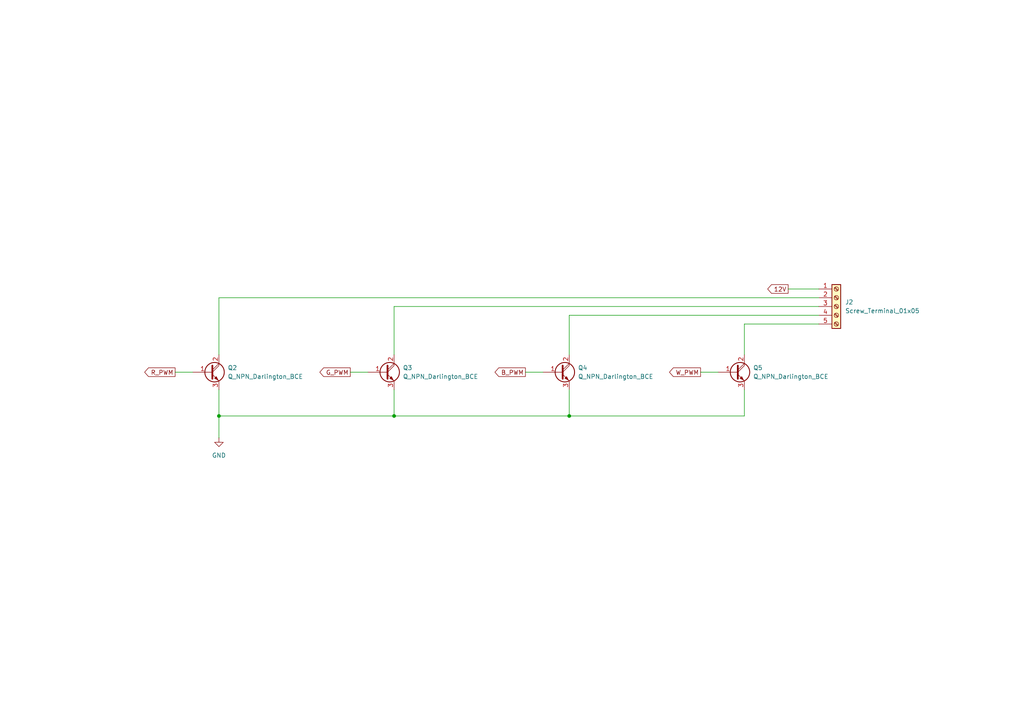
<source format=kicad_sch>
(kicad_sch (version 20231120) (generator "eeschema") (generator_version "8.0")
  (paper "A4")
  (lib_symbols
    (symbol "Connector:Screw_Terminal_01x05" (pin_names (offset 1.016) hide)
      (property "Reference" "J" (at 0 7.62 0))
      (property "Value" "Screw_Terminal_01x05" (at 0 -7.62 0))
      (symbol "Screw_Terminal_01x05_1_1"
        (rectangle (start -1.27 6.35) (end 1.27 -6.35) (stroke (width 0.254)) (fill (type background)))
        (circle (center 0 -5.08) (radius 0.635) (stroke (width 0.1524)))
        (circle (center 0 -2.54) (radius 0.635) (stroke (width 0.1524)))
        (polyline (pts (xy -0.5334 -4.7498) (xy 0.3302 -5.588)) (stroke (width 0.1524)))
        (polyline (pts (xy -0.5334 -2.2098) (xy 0.3302 -3.048)) (stroke (width 0.1524)))
        (polyline (pts (xy -0.5334 0.3302) (xy 0.3302 -0.508)) (stroke (width 0.1524)))
        (polyline (pts (xy -0.5334 2.8702) (xy 0.3302 2.032)) (stroke (width 0.1524)))
        (polyline (pts (xy -0.5334 5.4102) (xy 0.3302 4.572)) (stroke (width 0.1524)))
        (polyline (pts (xy -0.3556 -4.572) (xy 0.508 -5.4102)) (stroke (width 0.1524)))
        (polyline (pts (xy -0.3556 -2.032) (xy 0.508 -2.8702)) (stroke (width 0.1524)))
        (polyline (pts (xy -0.3556 0.508) (xy 0.508 -0.3302)) (stroke (width 0.1524)))
        (polyline (pts (xy -0.3556 3.048) (xy 0.508 2.2098)) (stroke (width 0.1524)))
        (polyline (pts (xy -0.3556 5.588) (xy 0.508 4.7498)) (stroke (width 0.1524)))
        (circle (center 0 0) (radius 0.635) (stroke (width 0.1524)))
        (circle (center 0 2.54) (radius 0.635) (stroke (width 0.1524)))
        (circle (center 0 5.08) (radius 0.635) (stroke (width 0.1524)))
        (pin passive line (at -5.08 5.08 0) (length 3.81) (name "Pin_1") (number "1"))
        (pin passive line (at -5.08 2.54 0) (length 3.81) (name "Pin_2") (number "2"))
        (pin passive line (at -5.08 0 0) (length 3.81) (name "Pin_3") (number "3"))
        (pin passive line (at -5.08 -2.54 0) (length 3.81) (name "Pin_4") (number "4"))
        (pin passive line (at -5.08 -5.08 0) (length 3.81) (name "Pin_5") (number "5"))
      )
    )
    (symbol "Device:Q_NPN_Darlington_BCE" (pin_names (offset 0) hide)
      (property "Reference" "Q" (at 4.572 1.27 0))
      (property "Value" "Q_NPN_Darlington_BCE" (at 4.572 -1.27 0))
      (symbol "Q_NPN_Darlington_BCE_0_1"
        (polyline (pts (xy 0.635 0.635) (xy 2.54 2.54)))
        (polyline (pts (xy 0.635 -0.635) (xy 2.54 -2.54) (xy 2.54 -2.54)))
        (polyline (pts (xy 0.635 0) (xy 2.54 1.905) (xy 2.54 2.54)))
        (polyline (pts (xy 0.635 1.905) (xy 0.635 -1.905) (xy 0.635 -1.905)) (stroke (width 0.508)))
        (polyline (pts (xy 1.27 -1.778) (xy 1.778 -1.27) (xy 2.286 -2.286) (xy 1.27 -1.778) (xy 1.27 -1.778)) (fill (type outline)))
        (circle (center 1.27 0) (radius 2.8194) (stroke (width 0.254)))
      )
      (symbol "Q_NPN_Darlington_BCE_1_1"
        (pin input line (at -5.08 0 0) (length 5.715) (name "B") (number "1"))
        (pin passive line (at 2.54 5.08 270) (length 2.54) (name "C") (number "2"))
        (pin passive line (at 2.54 -5.08 90) (length 2.54) (name "E") (number "3"))
      )
    )
    (symbol "power:GND" (power) (pin_numbers hide) (pin_names (offset 0) hide)
      (property "Value" "GND" (at 0 -3.81 0))
      (symbol "GND_0_1"
        (polyline (pts (xy 0 0) (xy 0 -1.27) (xy 1.27 -1.27) (xy 0 -2.54) (xy -1.27 -1.27) (xy 0 -1.27)))
      )
      (symbol "GND_1_1"
        (pin power_in line (at 0 0 270) (length 0) (name "~") (number "1"))
      )
    )
  )
  (junction (at 165.1 120.65))
  (junction (at 114.3 120.65))
  (junction (at 63.5 120.65))
  (wire (pts (xy 114.3 113.03) (xy 114.3 120.65)))
  (wire (pts (xy 50.8 107.95) (xy 55.88 107.95)))
  (wire (pts (xy 237.49 93.98) (xy 215.9 93.98)))
  (wire (pts (xy 114.3 120.65) (xy 63.5 120.65)))
  (wire (pts (xy 63.5 113.03) (xy 63.5 120.65)))
  (wire (pts (xy 114.3 88.9) (xy 114.3 102.87)))
  (wire (pts (xy 203.2 107.95) (xy 208.28 107.95)))
  (wire (pts (xy 63.5 120.65) (xy 63.5 127)))
  (wire (pts (xy 237.49 86.36) (xy 63.5 86.36)))
  (wire (pts (xy 101.6 107.95) (xy 106.68 107.95)))
  (wire (pts (xy 165.1 91.44) (xy 165.1 102.87)))
  (wire (pts (xy 215.9 93.98) (xy 215.9 102.87)))
  (wire (pts (xy 228.6 83.82) (xy 237.49 83.82)))
  (wire (pts (xy 152.4 107.95) (xy 157.48 107.95)))
  (wire (pts (xy 165.1 113.03) (xy 165.1 120.65)))
  (wire (pts (xy 165.1 120.65) (xy 114.3 120.65)))
  (wire (pts (xy 237.49 88.9) (xy 114.3 88.9)))
  (wire (pts (xy 63.5 86.36) (xy 63.5 102.87)))
  (wire (pts (xy 215.9 113.03) (xy 215.9 120.65)))
  (wire (pts (xy 215.9 120.65) (xy 165.1 120.65)))
  (wire (pts (xy 237.49 91.44) (xy 165.1 91.44)))
  (global_label "G_PWM" (shape output) (at 101.6 107.95 180) (property "Intersheetrefs" "${INTERSHEET_REFS}" (effects (hide yes))))
  (global_label "B_PWM" (shape output) (at 152.4 107.95 180) (property "Intersheetrefs" "${INTERSHEET_REFS}" (effects (hide yes))))
  (global_label "W_PWM" (shape output) (at 203.2 107.95 180) (property "Intersheetrefs" "${INTERSHEET_REFS}" (effects (hide yes))))
  (global_label "R_PWM" (shape output) (at 50.8 107.95 180) (property "Intersheetrefs" "${INTERSHEET_REFS}" (effects (hide yes))))
  (global_label "12V" (shape output) (at 228.6 83.82 180) (property "Intersheetrefs" "${INTERSHEET_REFS}" (effects (hide yes))))
  (symbol (lib_id "Device:Q_NPN_Darlington_BCE") (at 111.76 107.95 0) (unit 1)
    (property "Reference" "Q3" (at 116.84 106.6799 0) (effects (justify left)))
    (property "Value" "Q_NPN_Darlington_BCE" (at 116.84 109.2199 0) (effects (justify left)))
    (property "Description" "NPN Darlington transistor, base/collector/emitter" (effects (hide yes)))
  )
  (symbol (lib_id "power:GND") (at 63.5 127 0) (unit 1)
    (property "Reference" "#PWR05" (effects (hide yes)))
    (property "Value" "GND" (at 63.5 132.08 0))
    (property "Description" "Power symbol creates a global label with name \"GND\" , ground" (effects (hide yes)))
  )
  (symbol (lib_id "Connector:Screw_Terminal_01x05") (at 242.57 88.9 0) (unit 1)
    (property "Reference" "J2" (at 245.11 87.6299 0) (effects (justify left)))
    (property "Value" "Screw_Terminal_01x05" (at 245.11 90.1699 0) (effects (justify left)))
    (property "Description" "Generic screw terminal, single row, 01x05, script generated (kicad-library-utils/schlib/autogen/connector/)" (effects (hide yes)))
  )
  (symbol (lib_id "Device:Q_NPN_Darlington_BCE") (at 60.96 107.95 0) (unit 1)
    (property "Reference" "Q2" (at 66.04 106.6799 0) (effects (justify left)))
    (property "Value" "Q_NPN_Darlington_BCE" (at 66.04 109.2199 0) (effects (justify left)))
    (property "Description" "NPN Darlington transistor, base/collector/emitter" (effects (hide yes)))
  )
  (symbol (lib_id "Device:Q_NPN_Darlington_BCE") (at 213.36 107.95 0) (unit 1)
    (property "Reference" "Q5" (at 218.44 106.6799 0) (effects (justify left)))
    (property "Value" "Q_NPN_Darlington_BCE" (at 218.44 109.2199 0) (effects (justify left)))
    (property "Description" "NPN Darlington transistor, base/collector/emitter" (effects (hide yes)))
  )
  (symbol (lib_id "Device:Q_NPN_Darlington_BCE") (at 162.56 107.95 0) (unit 1)
    (property "Reference" "Q4" (at 167.64 106.6799 0) (effects (justify left)))
    (property "Value" "Q_NPN_Darlington_BCE" (at 167.64 109.2199 0) (effects (justify left)))
    (property "Description" "NPN Darlington transistor, base/collector/emitter" (effects (hide yes)))
  )
)
</source>
